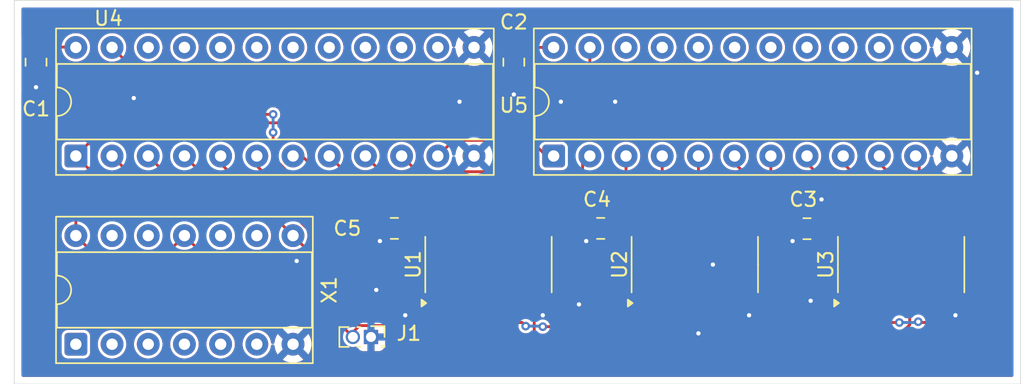
<source format=kicad_pcb>
(kicad_pcb (version 20241229) (generator "pcbnew") (generator_version "9.0")
  (layers (0 "F.Cu" signal) (2 "B.Cu" signal) (13 "F.Paste" user) (15 "B.Paste" user) (5 "F.SilkS" user "F.Silkscreen") (7 "B.SilkS" user "B.Silkscreen") (1 "F.Mask" user) (3 "B.Mask" user) (25 "Edge.Cuts" user))
  (net 0 "")
  (net 2 "GND")
  (net 9 "VCC")
  (net 13 "/H01")
  (net 14 "/H06")
  (net 15 "/H00")
  (net 16 "/H02")
  (net 17 "/H05")
  (net 18 "/H03")
  (net 19 "/~{H_RES}")
  (net 20 "/H04")
  (net 21 "/H07")
  (net 22 "/H11")
  (net 23 "/CLOCK")
  (net 24 "/V00")
  (net 25 "/H08")
  (net 26 "/H10")
  (net 27 "/~{V_RES}")
  (net 28 "/H09")
  (net 31 "/H_SYNC")
  (net 41 "/V_SYNC")
  (net 47 "/V01")
  (net 48 "/V02")
  (net 49 "/V03")
  (net 50 "/V04")
  (net 51 "/V06")
  (net 52 "/V08")
  (net 53 "/V11")
  (net 54 "/V05")
  (net 55 "/V09")
  (net 56 "/V07")
  (net 57 "/V10")
  (footprint "Connector_PinSocket_1.27mm:PinSocket_2x01_P1.27mm_Vertical" (layer "F.Cu") (at 84.211 58.42)
    (property "Reference" "J1" (at 2.657 -0.254 0) (layer "F.SilkS"))
    (property "Value" "Conn_02x01")
    (fp_line (start -2.22 -0.695) (end -2.22 0.695) (stroke (width 0.12)) (layer "F.SilkS"))
    (fp_line (start -2.22 -0.695) (end -1.57753 -0.695) (stroke (width 0.12)) (layer "F.SilkS"))
    (fp_line (start -2.22 0.695) (end -1.57753 0.695) (stroke (width 0.12)) (layer "F.SilkS"))
    (fp_line (start -0.96247 -0.695) (end -0.76 -0.695) (stroke (width 0.12)) (layer "F.SilkS"))
    (fp_line (start -0.96247 0.695) (end -0.76 0.695) (stroke (width 0.12)) (layer "F.SilkS"))
    (fp_line (start 0 -0.76) (end 0.95 -0.76) (stroke (width 0.12)) (layer "F.SilkS"))
    (fp_line (start 0.76 0.635) (end 0.95 0.635) (stroke (width 0.12)) (layer "F.SilkS"))
    (fp_line (start 0.76 0.695) (end 0.95 0.695) (stroke (width 0.12)) (layer "F.SilkS"))
    (fp_line (start 0.95 -0.76) (end 0.95 0) (stroke (width 0.12)) (layer "F.SilkS"))
    (fp_line (start 0.95 0.635) (end 0.95 0.695) (stroke (width 0.12)) (layer "F.SilkS"))
    (pad "1" thru_hole rect (at 0 0) (size 1 1) (drill 0.7) (layers "*.Cu" "*.Mask") (net 2 "GND"))
    (pad "2" thru_hole circle (at -1.27 0) (size 1 1) (drill 0.7) (layers "*.Cu" "*.Mask") (net 9 "VCC"))
  )
  (footprint "Capacitor_SMD:C_0805_2012Metric_Pad1.18x1.45mm_HandSolder" (layer "F.Cu") (at 85.852 50.8 180)
    (property "Reference" "C5" (at 3.302 0 0) (layer "F.SilkS"))
    (property "Value" "100nF")
    (fp_line (start -0.261252 0.735) (end 0.261252 0.735) (stroke (width 0.12)) (layer "F.SilkS"))
    (fp_line (start -0.261252 -0.735) (end 0.261252 -0.735) (stroke (width 0.12)) (layer "F.SilkS"))
    (pad "1" smd roundrect (at -1.0375 0 180) (size 1.175 1.45) (layers "F.Cu" "F.Mask" "F.Paste") (roundrect_rratio 0.212766) (net 9 "VCC"))
    (pad "2" smd roundrect (at 1.0375 0 180) (size 1.175 1.45) (layers "F.Cu" "F.Mask" "F.Paste") (roundrect_rratio 0.212766) (net 2 "GND"))
  )
  (footprint "Package_SO:SO-14_3.9x8.65mm_P1.27mm" (layer "F.Cu") (at 106.934 53.34 90)
    (property "Reference" "U2" (at 0 -5.28 90) (layer "F.SilkS"))
    (property "Value" "74LS393")
    (fp_line (start 0 -4.435) (end 1.95 -4.435) (stroke (width 0.12)) (layer "F.SilkS"))
    (fp_line (start 0 -4.435) (end -1.95 -4.435) (stroke (width 0.12)) (layer "F.SilkS"))
    (fp_line (start 0 4.435) (end 1.95 4.435) (stroke (width 0.12)) (layer "F.SilkS"))
    (fp_line (start 0 4.435) (end -1.95 4.435) (stroke (width 0.12)) (layer "F.SilkS"))
    (fp_poly (pts (xy -2.7 -4.37) (xy -2.94 -4.7) (xy -2.46 -4.7)) (stroke (width 0.12)) (fill yes) (layer "F.SilkS"))
    (pad "1" smd roundrect (at -2.475 -3.81 90) (size 1.95 0.6) (layers "F.Cu" "F.Mask" "F.Paste") (net 21 "/H07"))
    (pad "2" smd roundrect (at -2.475 -2.54 90) (size 1.95 0.6) (layers "F.Cu" "F.Mask" "F.Paste") (net 19 "/~{H_RES}"))
    (pad "3" smd roundrect (at -2.475 -1.27 90) (size 1.95 0.6) (layers "F.Cu" "F.Mask" "F.Paste") (net 25 "/H08"))
    (pad "4" smd roundrect (at -2.475 0 90) (size 1.95 0.6) (layers "F.Cu" "F.Mask" "F.Paste") (net 28 "/H09"))
    (pad "5" smd roundrect (at -2.475 1.27 90) (size 1.95 0.6) (layers "F.Cu" "F.Mask" "F.Paste") (net 26 "/H10"))
    (pad "6" smd roundrect (at -2.475 2.54 90) (size 1.95 0.6) (layers "F.Cu" "F.Mask" "F.Paste") (net 22 "/H11"))
    (pad "7" smd roundrect (at -2.475 3.81 90) (size 1.95 0.6) (layers "F.Cu" "F.Mask" "F.Paste") (net 2 "GND"))
    (pad "8" smd roundrect (at 2.475 3.81 90) (size 1.95 0.6) (layers "F.Cu" "F.Mask" "F.Paste") (net 49 "/V03"))
    (pad "9" smd roundrect (at 2.475 2.54 90) (size 1.95 0.6) (layers "F.Cu" "F.Mask" "F.Paste") (net 48 "/V02"))
    (pad "10" smd roundrect (at 2.475 1.27 90) (size 1.95 0.6) (layers "F.Cu" "F.Mask" "F.Paste") (net 47 "/V01"))
    (pad "11" smd roundrect (at 2.475 0 90) (size 1.95 0.6) (layers "F.Cu" "F.Mask" "F.Paste") (net 24 "/V00"))
    (pad "12" smd roundrect (at 2.475 -1.27 90) (size 1.95 0.6) (layers "F.Cu" "F.Mask" "F.Paste") (net 27 "/~{V_RES}"))
    (pad "13" smd roundrect (at 2.475 -2.54 90) (size 1.95 0.6) (layers "F.Cu" "F.Mask" "F.Paste") (net 19 "/~{H_RES}"))
    (pad "14" smd roundrect (at 2.475 -3.81 90) (size 1.95 0.6) (layers "F.Cu" "F.Mask" "F.Paste") (net 9 "VCC"))
  )
  (footprint "Package_SO:SO-14_3.9x8.65mm_P1.27mm" (layer "F.Cu") (at 121.412 53.34 90)
    (property "Reference" "U3" (at 0 -5.28 90) (layer "F.SilkS"))
    (property "Value" "74LS393")
    (fp_line (start 0 -4.435) (end 1.95 -4.435) (stroke (width 0.12)) (layer "F.SilkS"))
    (fp_line (start 0 -4.435) (end -1.95 -4.435) (stroke (width 0.12)) (layer "F.SilkS"))
    (fp_line (start 0 4.435) (end 1.95 4.435) (stroke (width 0.12)) (layer "F.SilkS"))
    (fp_line (start 0 4.435) (end -1.95 4.435) (stroke (width 0.12)) (layer "F.SilkS"))
    (fp_poly (pts (xy -2.7 -4.37) (xy -2.94 -4.7) (xy -2.46 -4.7)) (stroke (width 0.12)) (fill yes) (layer "F.SilkS"))
    (pad "1" smd roundrect (at -2.475 -3.81 90) (size 1.95 0.6) (layers "F.Cu" "F.Mask" "F.Paste") (net 49 "/V03"))
    (pad "2" smd roundrect (at -2.475 -2.54 90) (size 1.95 0.6) (layers "F.Cu" "F.Mask" "F.Paste") (net 27 "/~{V_RES}"))
    (pad "3" smd roundrect (at -2.475 -1.27 90) (size 1.95 0.6) (layers "F.Cu" "F.Mask" "F.Paste") (net 50 "/V04"))
    (pad "4" smd roundrect (at -2.475 0 90) (size 1.95 0.6) (layers "F.Cu" "F.Mask" "F.Paste") (net 54 "/V05"))
    (pad "5" smd roundrect (at -2.475 1.27 90) (size 1.95 0.6) (layers "F.Cu" "F.Mask" "F.Paste") (net 51 "/V06"))
    (pad "6" smd roundrect (at -2.475 2.54 90) (size 1.95 0.6) (layers "F.Cu" "F.Mask" "F.Paste") (net 56 "/V07"))
    (pad "7" smd roundrect (at -2.475 3.81 90) (size 1.95 0.6) (layers "F.Cu" "F.Mask" "F.Paste") (net 2 "GND"))
    (pad "8" smd roundrect (at 2.475 3.81 90) (size 1.95 0.6) (layers "F.Cu" "F.Mask" "F.Paste") (net 53 "/V11"))
    (pad "9" smd roundrect (at 2.475 2.54 90) (size 1.95 0.6) (layers "F.Cu" "F.Mask" "F.Paste") (net 57 "/V10"))
    (pad "10" smd roundrect (at 2.475 1.27 90) (size 1.95 0.6) (layers "F.Cu" "F.Mask" "F.Paste") (net 55 "/V09"))
    (pad "11" smd roundrect (at 2.475 0 90) (size 1.95 0.6) (layers "F.Cu" "F.Mask" "F.Paste") (net 52 "/V08"))
    (pad "12" smd roundrect (at 2.475 -1.27 90) (size 1.95 0.6) (layers "F.Cu" "F.Mask" "F.Paste") (net 27 "/~{V_RES}"))
    (pad "13" smd roundrect (at 2.475 -2.54 90) (size 1.95 0.6) (layers "F.Cu" "F.Mask" "F.Paste") (net 56 "/V07"))
    (pad "14" smd roundrect (at 2.475 -3.81 90) (size 1.95 0.6) (layers "F.Cu" "F.Mask" "F.Paste") (net 9 "VCC"))
  )
  (footprint "Package_DIP:DIP-24_W7.62mm_Socket" (layer "F.Cu") (at 97.028 45.72 90)
    (property "Reference" "U5" (at 3.556 -2.794 180) (layer "F.SilkS"))
    (property "Value" "PAL20RS10")
    (fp_line (start 6.46 -1.33) (end 4.81 -1.33) (stroke (width 0.12)) (layer "F.SilkS"))
    (fp_line (start 2.81 -1.33) (end 1.16 -1.33) (stroke (width 0.12)) (layer "F.SilkS"))
    (fp_line (start 1.16 -1.33) (end 1.16 29.27) (stroke (width 0.12)) (layer "F.SilkS"))
    (fp_line (start 6.46 29.27) (end 6.46 -1.33) (stroke (width 0.12)) (layer "F.SilkS"))
    (fp_line (start 1.16 29.27) (end 6.46 29.27) (stroke (width 0.12)) (layer "F.SilkS"))
    (fp_rect (start -1.33 -1.39) (end 8.95 29.33) (stroke (width 0.12)) (fill no) (layer "F.SilkS"))
    (fp_arc (start 4.81 -1.33) (mid 3.81 -0.33) (end 2.81 -1.33) (stroke (width 0.12)) (layer "F.SilkS"))
    (pad "1" thru_hole roundrect (at 0 0 90) (size 1.6 1.6) (drill 0.8) (layers "*.Cu" "*.Mask") (roundrect_rratio 0.15625) (net 23 "/CLOCK"))
    (pad "2" thru_hole circle (at 0 2.54 90) (size 1.6 1.6) (drill 0.8) (layers "*.Cu" "*.Mask") (net 24 "/V00"))
    (pad "3" thru_hole circle (at 0 5.08 90) (size 1.6 1.6) (drill 0.8) (layers "*.Cu" "*.Mask") (net 47 "/V01"))
    (pad "4" thru_hole circle (at 0 7.62 90) (size 1.6 1.6) (drill 0.8) (layers "*.Cu" "*.Mask") (net 48 "/V02"))
    (pad "5" thru_hole circle (at 0 10.16 90) (size 1.6 1.6) (drill 0.8) (layers "*.Cu" "*.Mask") (net 49 "/V03"))
    (pad "6" thru_hole circle (at 0 12.7 90) (size 1.6 1.6) (drill 0.8) (layers "*.Cu" "*.Mask") (net 50 "/V04"))
    (pad "7" thru_hole circle (at 0 15.24 90) (size 1.6 1.6) (drill 0.8) (layers "*.Cu" "*.Mask") (net 54 "/V05"))
    (pad "8" thru_hole circle (at 0 17.78 90) (size 1.6 1.6) (drill 0.8) (layers "*.Cu" "*.Mask") (net 51 "/V06"))
    (pad "9" thru_hole circle (at 0 20.32 90) (size 1.6 1.6) (drill 0.8) (layers "*.Cu" "*.Mask") (net 56 "/V07"))
    (pad "10" thru_hole circle (at 0 22.86 90) (size 1.6 1.6) (drill 0.8) (layers "*.Cu" "*.Mask") (net 52 "/V08"))
    (pad "11" thru_hole circle (at 0 25.4 90) (size 1.6 1.6) (drill 0.8) (layers "*.Cu" "*.Mask") (net 55 "/V09"))
    (pad "12" thru_hole circle (at 0 27.94 90) (size 1.6 1.6) (drill 0.8) (layers "*.Cu" "*.Mask") (net 2 "GND"))
    (pad "13" thru_hole circle (at 7.62 27.94 90) (size 1.6 1.6) (drill 0.8) (layers "*.Cu" "*.Mask") (net 2 "GND"))
    (pad "14" thru_hole circle (at 7.62 25.4 90) (size 1.6 1.6) (drill 0.8) (layers "*.Cu" "*.Mask"))
    (pad "15" thru_hole circle (at 7.62 22.86 90) (size 1.6 1.6) (drill 0.8) (layers "*.Cu" "*.Mask"))
    (pad "16" thru_hole circle (at 7.62 20.32 90) (size 1.6 1.6) (drill 0.8) (layers "*.Cu" "*.Mask"))
    (pad "17" thru_hole circle (at 7.62 17.78 90) (size 1.6 1.6) (drill 0.8) (layers "*.Cu" "*.Mask"))
    (pad "18" thru_hole circle (at 7.62 15.24 90) (size 1.6 1.6) (drill 0.8) (layers "*.Cu" "*.Mask"))
    (pad "19" thru_hole circle (at 7.62 12.7 90) (size 1.6 1.6) (drill 0.8) (layers "*.Cu" "*.Mask"))
    (pad "20" thru_hole circle (at 7.62 10.16 90) (size 1.6 1.6) (drill 0.8) (layers "*.Cu" "*.Mask"))
    (pad "21" thru_hole circle (at 7.62 7.62 90) (size 1.6 1.6) (drill 0.8) (layers "*.Cu" "*.Mask"))
    (pad "22" thru_hole circle (at 7.62 5.08 90) (size 1.6 1.6) (drill 0.8) (layers "*.Cu" "*.Mask") (net 41 "/V_SYNC"))
    (pad "23" thru_hole circle (at 7.62 2.54 90) (size 1.6 1.6) (drill 0.8) (layers "*.Cu" "*.Mask") (net 27 "/~{V_RES}"))
    (pad "24" thru_hole circle (at 7.62 0 90) (size 1.6 1.6) (drill 0.8) (layers "*.Cu" "*.Mask") (net 9 "VCC"))
  )
  (footprint "Capacitor_SMD:C_0805_2012Metric_Pad1.18x1.45mm_HandSolder" (layer "F.Cu") (at 94.234 39.1375 -90)
    (property "Reference" "C2" (at -2.8155 0 180) (layer "F.SilkS"))
    (property "Value" "100nF")
    (fp_line (start -0.261252 0.735) (end 0.261252 0.735) (stroke (width 0.12)) (layer "F.SilkS"))
    (fp_line (start -0.261252 -0.735) (end 0.261252 -0.735) (stroke (width 0.12)) (layer "F.SilkS"))
    (pad "1" smd roundrect (at -1.0375 0 270) (size 1.175 1.45) (layers "F.Cu" "F.Mask" "F.Paste") (roundrect_rratio 0.212766) (net 9 "VCC"))
    (pad "2" smd roundrect (at 1.0375 0 270) (size 1.175 1.45) (layers "F.Cu" "F.Mask" "F.Paste") (roundrect_rratio 0.212766) (net 2 "GND"))
  )
  (footprint "Package_DIP:DIP-14_W7.62mm_Socket" (layer "F.Cu") (at 63.5 58.928 90)
    (property "Reference" "X1" (at 3.81 17.78 90) (layer "F.SilkS"))
    (property "Value" "ACO-14MHz")
    (fp_line (start 6.46 -1.33) (end 4.81 -1.33) (stroke (width 0.12)) (layer "F.SilkS"))
    (fp_line (start 2.81 -1.33) (end 1.16 -1.33) (stroke (width 0.12)) (layer "F.SilkS"))
    (fp_line (start 1.16 -1.33) (end 1.16 16.57) (stroke (width 0.12)) (layer "F.SilkS"))
    (fp_line (start 6.46 16.57) (end 6.46 -1.33) (stroke (width 0.12)) (layer "F.SilkS"))
    (fp_line (start 1.16 16.57) (end 6.46 16.57) (stroke (width 0.12)) (layer "F.SilkS"))
    (fp_rect (start -1.33 -1.39) (end 8.95 16.63) (stroke (width 0.12)) (fill no) (layer "F.SilkS"))
    (fp_arc (start 4.81 -1.33) (mid 3.81 -0.33) (end 2.81 -1.33) (stroke (width 0.12)) (layer "F.SilkS"))
    (pad "1" thru_hole roundrect (at 0 0 90) (size 1.6 1.6) (drill 0.8) (layers "*.Cu" "*.Mask") (roundrect_rratio 0.15625))
    (pad "2" thru_hole circle (at 0 2.54 90) (size 1.6 1.6) (drill 0.8) (layers "*.Cu" "*.Mask"))
    (pad "3" thru_hole circle (at 0 5.08 90) (size 1.6 1.6) (drill 0.8) (layers "*.Cu" "*.Mask"))
    (pad "4" thru_hole circle (at 0 7.62 90) (size 1.6 1.6) (drill 0.8) (layers "*.Cu" "*.Mask"))
    (pad "5" thru_hole circle (at 0 10.16 90) (size 1.6 1.6) (drill 0.8) (layers "*.Cu" "*.Mask"))
    (pad "6" thru_hole circle (at 0 12.7 90) (size 1.6 1.6) (drill 0.8) (layers "*.Cu" "*.Mask"))
    (pad "7" thru_hole circle (at 0 15.24 90) (size 1.6 1.6) (drill 0.8) (layers "*.Cu" "*.Mask") (net 2 "GND"))
    (pad "8" thru_hole circle (at 7.62 15.24 90) (size 1.6 1.6) (drill 0.8) (layers "*.Cu" "*.Mask") (net 23 "/CLOCK"))
    (pad "9" thru_hole circle (at 7.62 12.7 90) (size 1.6 1.6) (drill 0.8) (layers "*.Cu" "*.Mask"))
    (pad "10" thru_hole circle (at 7.62 10.16 90) (size 1.6 1.6) (drill 0.8) (layers "*.Cu" "*.Mask"))
    (pad "11" thru_hole circle (at 7.62 7.62 90) (size 1.6 1.6) (drill 0.8) (layers "*.Cu" "*.Mask") (net 9 "VCC"))
    (pad "12" thru_hole circle (at 7.62 5.08 90) (size 1.6 1.6) (drill 0.8) (layers "*.Cu" "*.Mask"))
    (pad "13" thru_hole circle (at 7.62 2.54 90) (size 1.6 1.6) (drill 0.8) (layers "*.Cu" "*.Mask"))
    (pad "14" thru_hole circle (at 7.62 0 90) (size 1.6 1.6) (drill 0.8) (layers "*.Cu" "*.Mask") (net 9 "VCC"))
  )
  (footprint "Capacitor_SMD:C_0805_2012Metric_Pad1.18x1.45mm_HandSolder" (layer "F.Cu") (at 60.706 39.1375 -90)
    (property "Reference" "C1" (at 3.2805 0 180) (layer "F.SilkS"))
    (property "Value" "100nF")
    (fp_line (start -0.261252 0.735) (end 0.261252 0.735) (stroke (width 0.12)) (layer "F.SilkS"))
    (fp_line (start -0.261252 -0.735) (end 0.261252 -0.735) (stroke (width 0.12)) (layer "F.SilkS"))
    (pad "1" smd roundrect (at -1.0375 0 270) (size 1.175 1.45) (layers "F.Cu" "F.Mask" "F.Paste") (roundrect_rratio 0.212766) (net 9 "VCC"))
    (pad "2" smd roundrect (at 1.0375 0 270) (size 1.175 1.45) (layers "F.Cu" "F.Mask" "F.Paste") (roundrect_rratio 0.212766) (net 2 "GND"))
  )
  (footprint "Capacitor_SMD:C_0805_2012Metric_Pad1.18x1.45mm_HandSolder" (layer "F.Cu") (at 114.808 50.8215 180)
    (property "Reference" "C3" (at 0.261252 2.0535 0) (layer "F.SilkS"))
    (property "Value" "100nF")
    (fp_line (start -0.261252 0.735) (end 0.261252 0.735) (stroke (width 0.12)) (layer "F.SilkS"))
    (fp_line (start -0.261252 -0.735) (end 0.261252 -0.735) (stroke (width 0.12)) (layer "F.SilkS"))
    (pad "1" smd roundrect (at -1.0375 0 180) (size 1.175 1.45) (layers "F.Cu" "F.Mask" "F.Paste") (roundrect_rratio 0.212766) (net 9 "VCC"))
    (pad "2" smd roundrect (at 1.0375 0 180) (size 1.175 1.45) (layers "F.Cu" "F.Mask" "F.Paste") (roundrect_rratio 0.212766) (net 2 "GND"))
  )
  (footprint "Capacitor_SMD:C_0805_2012Metric_Pad1.18x1.45mm_HandSolder" (layer "F.Cu") (at 100.33 50.8 180)
    (property "Reference" "C4" (at 0.261252 2.032 0) (layer "F.SilkS"))
    (property "Value" "100nF")
    (fp_line (start -0.261252 0.735) (end 0.261252 0.735) (stroke (width 0.12)) (layer "F.SilkS"))
    (fp_line (start -0.261252 -0.735) (end 0.261252 -0.735) (stroke (width 0.12)) (layer "F.SilkS"))
    (pad "1" smd roundrect (at -1.0375 0 180) (size 1.175 1.45) (layers "F.Cu" "F.Mask" "F.Paste") (roundrect_rratio 0.212766) (net 9 "VCC"))
    (pad "2" smd roundrect (at 1.0375 0 180) (size 1.175 1.45) (layers "F.Cu" "F.Mask" "F.Paste") (roundrect_rratio 0.212766) (net 2 "GND"))
  )
  (footprint "Package_DIP:DIP-24_W7.62mm_Socket" (layer "F.Cu") (at 63.5 45.72 90)
    (property "Reference" "U4" (at 9.652 2.286 180) (layer "F.SilkS"))
    (property "Value" "PAL20RS10")
    (fp_line (start 6.46 -1.33) (end 4.81 -1.33) (stroke (width 0.12)) (layer "F.SilkS"))
    (fp_line (start 2.81 -1.33) (end 1.16 -1.33) (stroke (width 0.12)) (layer "F.SilkS"))
    (fp_line (start 1.16 -1.33) (end 1.16 29.27) (stroke (width 0.12)) (layer "F.SilkS"))
    (fp_line (start 6.46 29.27) (end 6.46 -1.33) (stroke (width 0.12)) (layer "F.SilkS"))
    (fp_line (start 1.16 29.27) (end 6.46 29.27) (stroke (width 0.12)) (layer "F.SilkS"))
    (fp_rect (start -1.33 -1.39) (end 8.95 29.33) (stroke (width 0.12)) (fill no) (layer "F.SilkS"))
    (fp_arc (start 4.81 -1.33) (mid 3.81 -0.33) (end 2.81 -1.33) (stroke (width 0.12)) (layer "F.SilkS"))
    (pad "1" thru_hole roundrect (at 0 0 90) (size 1.6 1.6) (drill 0.8) (layers "*.Cu" "*.Mask") (roundrect_rratio 0.15625) (net 23 "/CLOCK"))
    (pad "2" thru_hole circle (at 0 2.54 90) (size 1.6 1.6) (drill 0.8) (layers "*.Cu" "*.Mask") (net 15 "/H00"))
    (pad "3" thru_hole circle (at 0 5.08 90) (size 1.6 1.6) (drill 0.8) (layers "*.Cu" "*.Mask") (net 13 "/H01"))
    (pad "4" thru_hole circle (at 0 7.62 90) (size 1.6 1.6) (drill 0.8) (layers "*.Cu" "*.Mask") (net 16 "/H02"))
    (pad "5" thru_hole circle (at 0 10.16 90) (size 1.6 1.6) (drill 0.8) (layers "*.Cu" "*.Mask") (net 18 "/H03"))
    (pad "6" thru_hole circle (at 0 12.7 90) (size 1.6 1.6) (drill 0.8) (layers "*.Cu" "*.Mask") (net 20 "/H04"))
    (pad "7" thru_hole circle (at 0 15.24 90) (size 1.6 1.6) (drill 0.8) (layers "*.Cu" "*.Mask") (net 17 "/H05"))
    (pad "8" thru_hole circle (at 0 17.78 90) (size 1.6 1.6) (drill 0.8) (layers "*.Cu" "*.Mask") (net 14 "/H06"))
    (pad "9" thru_hole circle (at 0 20.32 90) (size 1.6 1.6) (drill 0.8) (layers "*.Cu" "*.Mask") (net 21 "/H07"))
    (pad "10" thru_hole circle (at 0 22.86 90) (size 1.6 1.6) (drill 0.8) (layers "*.Cu" "*.Mask") (net 25 "/H08"))
    (pad "11" thru_hole circle (at 0 25.4 90) (size 1.6 1.6) (drill 0.8) (layers "*.Cu" "*.Mask") (net 28 "/H09"))
    (pad "12" thru_hole circle (at 0 27.94 90) (size 1.6 1.6) (drill 0.8) (layers "*.Cu" "*.Mask") (net 2 "GND"))
    (pad "13" thru_hole circle (at 7.62 27.94 90) (size 1.6 1.6) (drill 0.8) (layers "*.Cu" "*.Mask") (net 2 "GND"))
    (pad "14" thru_hole circle (at 7.62 25.4 90) (size 1.6 1.6) (drill 0.8) (layers "*.Cu" "*.Mask"))
    (pad "15" thru_hole circle (at 7.62 22.86 90) (size 1.6 1.6) (drill 0.8) (layers "*.Cu" "*.Mask"))
    (pad "16" thru_hole circle (at 7.62 20.32 90) (size 1.6 1.6) (drill 0.8) (layers "*.Cu" "*.Mask"))
    (pad "17" thru_hole circle (at 7.62 17.78 90) (size 1.6 1.6) (drill 0.8) (layers "*.Cu" "*.Mask"))
    (pad "18" thru_hole circle (at 7.62 15.24 90) (size 1.6 1.6) (drill 0.8) (layers "*.Cu" "*.Mask"))
    (pad "19" thru_hole circle (at 7.62 12.7 90) (size 1.6 1.6) (drill 0.8) (layers "*.Cu" "*.Mask"))
    (pad "20" thru_hole circle (at 7.62 10.16 90) (size 1.6 1.6) (drill 0.8) (layers "*.Cu" "*.Mask"))
    (pad "21" thru_hole circle (at 7.62 7.62 90) (size 1.6 1.6) (drill 0.8) (layers "*.Cu" "*.Mask"))
    (pad "22" thru_hole circle (at 7.62 5.08 90) (size 1.6 1.6) (drill 0.8) (layers "*.Cu" "*.Mask") (net 31 "/H_SYNC"))
    (pad "23" thru_hole circle (at 7.62 2.54 90) (size 1.6 1.6) (drill 0.8) (layers "*.Cu" "*.Mask") (net 19 "/~{H_RES}"))
    (pad "24" thru_hole circle (at 7.62 0 90) (size 1.6 1.6) (drill 0.8) (layers "*.Cu" "*.Mask") (net 9 "VCC"))
  )
  (footprint "Package_SO:SO-14_3.9x8.65mm_P1.27mm" (layer "F.Cu") (at 92.456 53.34 90)
    (property "Reference" "U1" (at 0 -5.28 90) (layer "F.SilkS"))
    (property "Value" "74LS393")
    (fp_line (start 0 -4.435) (end 1.95 -4.435) (stroke (width 0.12)) (layer "F.SilkS"))
    (fp_line (start 0 -4.435) (end -1.95 -4.435) (stroke (width 0.12)) (layer "F.SilkS"))
    (fp_line (start 0 4.435) (end 1.95 4.435) (stroke (width 0.12)) (layer "F.SilkS"))
    (fp_line (start 0 4.435) (end -1.95 4.435) (stroke (width 0.12)) (layer "F.SilkS"))
    (fp_poly (pts (xy -2.7 -4.37) (xy -2.94 -4.7) (xy -2.46 -4.7)) (stroke (width 0.12)) (fill yes) (layer "F.SilkS"))
    (pad "1" smd roundrect (at -2.475 -3.81 90) (size 1.95 0.6) (layers "F.Cu" "F.Mask" "F.Paste") (net 23 "/CLOCK"))
    (pad "2" smd roundrect (at -2.475 -2.54 90) (size 1.95 0.6) (layers "F.Cu" "F.Mask" "F.Paste") (net 19 "/~{H_RES}"))
    (pad "3" smd roundrect (at -2.475 -1.27 90) (size 1.95 0.6) (layers "F.Cu" "F.Mask" "F.Paste") (net 15 "/H00"))
    (pad "4" smd roundrect (at -2.475 0 90) (size 1.95 0.6) (layers "F.Cu" "F.Mask" "F.Paste") (net 13 "/H01"))
    (pad "5" smd roundrect (at -2.475 1.27 90) (size 1.95 0.6) (layers "F.Cu" "F.Mask" "F.Paste") (net 16 "/H02"))
    (pad "6" smd roundrect (at -2.475 2.54 90) (size 1.95 0.6) (layers "F.Cu" "F.Mask" "F.Paste") (net 18 "/H03"))
    (pad "7" smd roundrect (at -2.475 3.81 90) (size 1.95 0.6) (layers "F.Cu" "F.Mask" "F.Paste") (net 2 "GND"))
    (pad "8" smd roundrect (at 2.475 3.81 90) (size 1.95 0.6) (layers "F.Cu" "F.Mask" "F.Paste") (net 21 "/H07"))
    (pad "9" smd roundrect (at 2.475 2.54 90) (size 1.95 0.6) (layers "F.Cu" "F.Mask" "F.Paste") (net 14 "/H06"))
    (pad "10" smd roundrect (at 2.475 1.27 90) (size 1.95 0.6) (layers "F.Cu" "F.Mask" "F.Paste") (net 17 "/H05"))
    (pad "11" smd roundrect (at 2.475 0 90) (size 1.95 0.6) (layers "F.Cu" "F.Mask" "F.Paste") (net 20 "/H04"))
    (pad "12" smd roundrect (at 2.475 -1.27 90) (size 1.95 0.6) (layers "F.Cu" "F.Mask" "F.Paste") (net 19 "/~{H_RES}"))
    (pad "13" smd roundrect (at 2.475 -2.54 90) (size 1.95 0.6) (layers "F.Cu" "F.Mask" "F.Paste") (net 18 "/H03"))
    (pad "14" smd roundrect (at 2.475 -3.81 90) (size 1.95 0.6) (layers "F.Cu" "F.Mask" "F.Paste") (net 9 "VCC"))
  )
  (gr_rect (start 59.182 34.798) (end 129.794 61.722) (stroke (width 0.05)) (fill no) (layer "Edge.Cuts"))
  (segment (start 113.7705 50.8215) (end 113.7705 51.6675) (width 0.5) (layer "F.Cu") (net 2))
  (segment (start 99.2925 50.8) (end 99.2925 51.6675) (width 0.5) (layer "F.Cu") (net 2))
  (segment (start 84.8145 50.8) (end 84.8145 51.6675) (width 0.5) (layer "F.Cu") (net 2))
  (segment (start 84.8145 51.6675) (end 84.836 51.689) (width 0.5) (layer "F.Cu") (net 2))
  (segment (start 99.2925 51.6675) (end 99.314 51.689) (width 0.5) (layer "F.Cu") (net 2))
  (segment (start 96.266 55.815) (end 96.266 56.896) (width 0.5) (layer "F.Cu") (net 2))
  (segment (start 125.222 55.815) (end 125.222 56.896) (width 0.5) (layer "F.Cu") (net 2))
  (segment (start 113.7705 51.6675) (end 113.792 51.689) (width 0.5) (layer "F.Cu") (net 2))
  (segment (start 110.744 55.815) (end 110.744 56.896) (width 0.5) (layer "F.Cu") (net 2))
  (segment (start 94.234 40.175) (end 94.234 41.402) (width 0.5) (layer "F.Cu") (net 2))
  (segment (start 60.706 40.175) (end 60.706 40.894) (width 0.5) (layer "F.Cu") (net 2))
  (via (at 99.314 51.689) (size 0.6) (drill 0.3) (layers "F.Cu" "B.Cu") (net 2))
  (via (at 113.792 51.689) (size 0.6) (drill 0.3) (layers "F.Cu" "B.Cu") (net 2))
  (via (at 67.564 41.656) (size 0.6) (drill 0.3) (layers "F.Cu" "B.Cu") (net 2))
  (via (at 78.994 53.086) (size 0.6) (drill 0.3) (layers "F.Cu" "B.Cu") (net 2))
  (via (at 60.706 40.894) (size 0.6) (drill 0.3) (layers "F.Cu" "B.Cu") (net 2))
  (via (at 125.222 56.896) (size 0.6) (drill 0.3) (layers "F.Cu" "B.Cu") (net 2))
  (via (at 86.614 56.896) (size 0.6) (drill 0.3) (layers "F.Cu" "B.Cu") (net 2))
  (via (at 110.744 56.896) (size 0.6) (drill 0.3) (layers "F.Cu" "B.Cu") (net 2))
  (via (at 115.062 55.88) (size 0.6) (drill 0.3) (layers "F.Cu" "B.Cu") (net 2))
  (via (at 84.836 51.689) (size 0.6) (drill 0.3) (layers "F.Cu" "B.Cu") (net 2))
  (via (at 126.746 39.878) (size 0.6) (drill 0.3) (layers "F.Cu" "B.Cu") (net 2))
  (via (at 101.346 41.91) (size 0.6) (drill 0.3) (layers "F.Cu" "B.Cu") (net 2))
  (via (at 107.188 58.166) (size 0.6) (drill 0.3) (layers "F.Cu" "B.Cu") (net 2))
  (via (at 98.806 56.134) (size 0.6) (drill 0.3) (layers "F.Cu" "B.Cu") (net 2))
  (via (at 97.536 41.91) (size 0.6) (drill 0.3) (layers "F.Cu" "B.Cu") (net 2))
  (via (at 94.234 41.402) (size 0.6) (drill 0.3) (layers "F.Cu" "B.Cu") (net 2))
  (via (at 90.424 41.91) (size 0.6) (drill 0.3) (layers "F.Cu" "B.Cu") (net 2))
  (via (at 84.582 55.118) (size 0.6) (drill 0.3) (layers "F.Cu" "B.Cu") (net 2))
  (via (at 108.204 53.34) (size 0.6) (drill 0.3) (layers "F.Cu" "B.Cu") (net 2))
  (via (at 115.824 48.768) (size 0.6) (drill 0.3) (layers "F.Cu" "B.Cu") (net 2))
  (via (at 96.266 56.896) (size 0.6) (drill 0.3) (layers "F.Cu" "B.Cu") (net 2))
  (segment (start 124.968 45.72) (end 119.888 50.8) (width 0.5) (layer "B.Cu") (net 2))
  (segment (start 91.44 38.1) (end 93.218 36.322) (width 0.5) (layer "B.Cu") (net 2))
  (segment (start 89.662 36.322) (end 91.44 38.1) (width 0.5) (layer "B.Cu") (net 2))
  (segment (start 96.012 50.8) (end 85.725 50.8) (width 0.5) (layer "B.Cu") (net 2))
  (segment (start 110.744 56.896) (end 111.379 56.261) (width 0.5) (layer "B.Cu") (net 2))
  (segment (start 126.746 39.878) (end 126.746 43.942) (width 0.5) (layer "B.Cu") (net 2))
  (segment (start 64.77 51.845182) (end 64.77 37.600818) (width 0.5) (layer "B.Cu") (net 2))
  (segment (start 90.424 44.704) (end 91.44 45.72) (width 0.5) (layer "B.Cu") (net 2))
  (segment (start 126.746 39.878) (end 124.968 38.1) (width 0.5) (layer "B.Cu") (net 2))
  (segment (start 64.77 48.006) (end 84.582 48.006) (width 0.5) (layer "B.Cu") (net 2))
  (segment (start 93.218 36.322) (end 123.19 36.322) (width 0.5) (layer "B.Cu") (net 2))
  (segment (start 90.424 39.116) (end 91.44 38.1) (width 0.5) (layer "B.Cu") (net 2))
  (segment (start 98.552 50.8) (end 96.012 50.8) (width 0.5) (layer "B.Cu") (net 2))
  (segment (start 126.746 52.07) (end 126.746 47.498) (width 0.5) (layer "B.Cu") (net 2))
  (segment (start 119.888 50.8) (end 114.554 50.8) (width 0.5) (layer "B.Cu") (net 2))
  (segment (start 90.424 41.91) (end 90.424 44.704) (width 0.5) (layer "B.Cu") (net 2))
  (segment (start 114.554 50.8) (end 98.552 50.8) (width 0.5) (layer "B.Cu") (net 2))
  (segment (start 66.518818 53.594) (end 64.77 51.845182) (width 0.5) (layer "B.Cu") (net 2))
  (segment (start 125.222 56.896) (end 125.222 53.594) (width 0.5) (layer "B.Cu") (net 2))
  (segment (start 123.19 36.322) (end 124.968 38.1) (width 0.5) (layer "B.Cu") (net 2))
  (segment (start 96.266 56.896) (end 110.744 56.896) (width 0.5) (layer "B.Cu") (net 2))
  (segment (start 124.587 56.261) (end 125.222 56.896) (width 0.5) (layer "B.Cu") (net 2))
  (segment (start 125.222 53.594) (end 126.746 52.07) (width 0.5) (layer "B.Cu") (net 2))
  (segment (start 96.266 56.896) (end 96.266 51.054) (width 0.5) (layer "B.Cu") (net 2))
  (segment (start 111.379 56.261) (end 124.587 56.261) (width 0.5) (layer "B.Cu") (net 2))
  (segment (start 96.266 51.054) (end 96.012 50.8) (width 0.5) (layer "B.Cu") (net 2))
  (segment (start 84.582 48.006) (end 89.154 48.006) (width 0.5) (layer "B.Cu") (net 2))
  (segment (start 90.424 41.91) (end 90.424 39.116) (width 0.5) (layer "B.Cu") (net 2))
  (segment (start 66.048818 36.322) (end 89.662 36.322) (width 0.5) (layer "B.Cu") (net 2))
  (segment (start 126.746 47.498) (end 124.968 45.72) (width 0.5) (layer "B.Cu") (net 2))
  (segment (start 89.154 48.006) (end 91.44 45.72) (width 0.5) (layer "B.Cu") (net 2))
  (segment (start 73.406 53.594) (end 66.518818 53.594) (width 0.5) (layer "B.Cu") (net 2))
  (segment (start 64.77 37.600818) (end 66.048818 36.322) (width 0.5) (layer "B.Cu") (net 2))
  (segment (start 126.746 43.942) (end 124.968 45.72) (width 0.5) (layer "B.Cu") (net 2))
  (segment (start 78.74 58.928) (end 73.406 53.594) (width 0.5) (layer "B.Cu") (net 2))
  (segment (start 95.404968 54.539) (end 95.665 54.799032) (width 0.2) (layer "F.Cu") (net 9))
  (segment (start 107.157032 53.975) (end 107.980968 53.975) (width 0.2) (layer "F.Cu") (net 9))
  (segment (start 88.861 57.619) (end 90.163045 58.921045) (width 0.2) (layer "F.Cu") (net 9))
  (segment (start 101.3675 50.8) (end 98.298 47.7305) (width 0.2) (layer "F.Cu") (net 9))
  (segment (start 105.063 49.849032) (end 105.063 51.880968) (width 0.2) (layer "F.Cu") (net 9))
  (segment (start 95.163955 58.921045) (end 95.665 58.42) (width 0.2) (layer "F.Cu") (net 9))
  (segment (start 83.41 57.619) (end 88.861 57.619) (width 0.2) (layer "F.Cu") (net 9))
  (segment (start 88.581 50.8) (end 88.646 50.865) (width 0.2) (layer "F.Cu") (net 9))
  (segment (start 98.298 47.7305) (end 98.298 44.704) (width 0.2) (layer "F.Cu") (net 9))
  (segment (start 88.1005 49.589) (end 90.483 49.589) (width 0.2) (layer "F.Cu") (net 9))
  (segment (start 90.585 51.880968) (end 91.516032 52.812) (width 0.2) (layer "F.Cu") (net 9))
  (segment (start 94.234 38.1) (end 96.52 38.1) (width 0.2) (layer "F.Cu") (net 9))
  (segment (start 63.5 51.308) (end 63.5 48.885) (width 0.2) (layer "F.Cu") (net 9))
  (segment (start 98.298 44.704) (end 96.52 42.926) (width 0.2) (layer "F.Cu") (net 9))
  (segment (start 122.013 57.565) (end 122.013 54.799032) (width 0.2) (layer "F.Cu") (net 9))
  (segment (start 90.483 49.589) (end 90.585 49.691) (width 0.2) (layer "F.Cu") (net 9))
  (segment (start 108.839 54.833032) (end 108.839 58.42) (width 0.2) (layer "F.Cu") (net 9))
  (segment (start 96.166045 58.921045) (end 108.337955 58.921045) (width 0.2) (layer "F.Cu") (net 9))
  (segment (start 70.019 52.409) (end 71.12 51.308) (width 0.2) (layer "F.Cu") (net 9))
  (segment (start 120.817968 53.604) (end 118.628 53.604) (width 0.2) (layer "F.Cu") (net 9))
  (segment (start 64.601 52.409) (end 70.019 52.409) (width 0.2) (layer "F.Cu") (net 9))
  (segment (start 86.8895 50.8) (end 88.1005 49.589) (width 0.2) (layer "F.Cu") (net 9))
  (segment (start 95.665 54.799032) (end 95.665 58.42) (width 0.2) (layer "F.Cu") (net 9))
  (segment (start 109.340045 58.921045) (end 120.656955 58.921045) (width 0.2) (layer "F.Cu") (net 9))
  (segment (start 104.802968 49.589) (end 105.063 49.849032) (width 0.2) (layer "F.Cu") (net 9))
  (segment (start 90.585 49.691) (end 90.585 51.880968) (width 0.2) (layer "F.Cu") (net 9))
  (segment (start 82.941 58.42) (end 82.941 58.088) (width 0.2) (layer "F.Cu") (net 9))
  (segment (start 86.8895 50.8) (end 88.581 50.8) (width 0.2) (layer "F.Cu") (net 9))
  (segment (start 115.8455 50.8215) (end 117.5585 50.8215) (width 0.2) (layer "F.Cu") (net 9))
  (segment (start 93.2659 52.812) (end 94.9929 54.539) (width 0.2) (layer "F.Cu") (net 9))
  (segment (start 94.9929 54.539) (end 95.404968 54.539) (width 0.2) (layer "F.Cu") (net 9))
  (segment (start 117.5585 50.8215) (end 117.602 50.865) (width 0.2) (layer "F.Cu") (net 9))
  (segment (start 96.52 40.386) (end 94.234 38.1) (width 0.2) (layer "F.Cu") (net 9))
  (segment (start 103.059 50.8) (end 103.124 50.865) (width 0.2) (layer "F.Cu") (net 9))
  (segment (start 60.706 38.0785) (end 63.4785 38.0785) (width 0.2) (layer "F.Cu") (net 9))
  (segment (start 108.839 58.42) (end 109.340045 58.921045) (width 0.2) (layer "F.Cu") (net 9))
  (segment (start 95.665 58.42) (end 96.166045 58.921045) (width 0.2) (layer "F.Cu") (net 9))
  (segment (start 62.399 39.7715) (end 60.706 38.0785) (width 0.2) (layer "F.Cu") (net 9))
  (segment (start 122.013 54.799032) (end 120.817968 53.604) (width 0.2) (layer "F.Cu") (net 9))
  (segment (start 120.656955 58.921045) (end 122.013 57.565) (width 0.2) (layer "F.Cu") (net 9))
  (segment (start 76.93 52.409) (end 72.221 52.409) (width 0.2) (layer "F.Cu") (net 9))
  (segment (start 102.5785 49.589) (end 104.802968 49.589) (width 0.2) (layer "F.Cu") (net 9))
  (segment (start 91.516032 52.812) (end 93.2659 52.812) (width 0.2) (layer "F.Cu") (net 9))
  (segment (start 105.063 51.880968) (end 107.157032 53.975) (width 0.2) (layer "F.Cu") (net 9))
  (segment (start 63.5 48.885) (end 62.399 47.784) (width 0.2) (layer "F.Cu") (net 9))
  (segment (start 118.628 53.604) (end 115.8455 50.8215) (width 0.2) (layer "F.Cu") (net 9))
  (segment (start 63.5 51.308) (end 64.601 52.409) (width 0.2) (layer "F.Cu") (net 9))
  (segment (start 63.4785 38.0785) (end 63.5 38.1) (width 0.2) (layer "F.Cu") (net 9))
  (segment (start 108.337955 58.921045) (end 108.839 58.42) (width 0.2) (layer "F.Cu") (net 9))
  (segment (start 107.980968 53.975) (end 108.839 54.833032) (width 0.2) (layer "F.Cu") (net 9))
  (segment (start 96.52 42.926) (end 96.52 40.386) (width 0.2) (layer "F.Cu") (net 9))
  (segment (start 72.221 52.409) (end 71.12 51.308) (width 0.2) (layer "F.Cu") (net 9))
  (segment (start 101.3675 50.8) (end 103.059 50.8) (width 0.2) (layer "F.Cu") (net 9))
  (segment (start 90.163045 58.921045) (end 95.163955 58.921045) (width 0.2) (layer "F.Cu") (net 9))
  (segment (start 82.941 58.42) (end 76.93 52.409) (width 0.2) (layer "F.Cu") (net 9))
  (segment (start 82.941 58.088) (end 83.41 57.619) (width 0.2) (layer "F.Cu") (net 9))
  (segment (start 101.3675 50.8) (end 102.5785 49.589) (width 0.2) (layer "F.Cu") (net 9))
  (segment (start 62.399 47.784) (end 62.399 39.7715) (width 0.2) (layer "F.Cu") (net 9))
  (segment (start 92.456 55.538744) (end 90.892256 53.975) (width 0.2) (layer "F.Cu") (net 13))
  (segment (start 92.456 55.815) (end 92.456 55.538744) (width 0.2) (layer "F.Cu") (net 13))
  (segment (start 72.039 49.179) (end 68.58 45.72) (width 0.2) (layer "F.Cu") (net 13))
  (segment (start 83.389728 53.975) (end 78.593728 49.179) (width 0.2) (layer "F.Cu") (net 13))
  (segment (start 78.593728 49.179) (end 72.039 49.179) (width 0.2) (layer "F.Cu") (net 13))
  (segment (start 90.892256 53.975) (end 83.389728 53.975) (width 0.2) (layer "F.Cu") (net 13))
  (segment (start 81.28 45.72) (end 83.469 47.909) (width 0.2) (layer "F.Cu") (net 14))
  (segment (start 93.4385 47.909) (end 94.996 49.4665) (width 0.2) (layer "F.Cu") (net 14))
  (segment (start 83.469 47.909) (end 93.4385 47.909) (width 0.2) (layer "F.Cu") (net 14))
  (segment (start 94.996 49.4665) (end 94.996 50.865) (width 0.2) (layer "F.Cu") (net 14))
  (segment (start 91.186 54.840001) (end 90.701999 54.356) (width 0.2) (layer "F.Cu") (net 15))
  (segment (start 90.701999 54.356) (end 83.274339 54.356) (width 0.2) (layer "F.Cu") (net 15))
  (segment (start 78.448339 49.53) (end 69.85 49.53) (width 0.2) (layer "F.Cu") (net 15))
  (segment (start 83.274339 54.356) (end 78.448339 49.53) (width 0.2) (layer "F.Cu") (net 15))
  (segment (start 91.186 55.815) (end 91.186 54.840001) (width 0.2) (layer "F.Cu") (net 15))
  (segment (start 69.85 49.53) (end 66.04 45.72) (width 0.2) (layer "F.Cu") (net 15))
  (segment (start 83.505115 53.594) (end 78.739117 48.828) (width 0.2) (layer "F.Cu") (net 16))
  (segment (start 78.739117 48.828) (end 74.228 48.828) (width 0.2) (layer "F.Cu") (net 16))
  (segment (start 92.479999 53.594) (end 83.505115 53.594) (width 0.2) (layer "F.Cu") (net 16))
  (segment (start 93.726 55.815) (end 93.726 54.840001) (width 0.2) (layer "F.Cu") (net 16))
  (segment (start 93.726 54.840001) (end 92.479999 53.594) (width 0.2) (layer "F.Cu") (net 16))
  (segment (start 74.228 48.828) (end 71.12 45.72) (width 0.2) (layer "F.Cu") (net 16))
  (segment (start 92.456 48.26) (end 93.726 49.53) (width 0.2) (layer "F.Cu") (net 17))
  (segment (start 93.726 49.53) (end 93.726 50.865) (width 0.2) (layer "F.Cu") (net 17))
  (segment (start 79.375 45.72) (end 81.915 48.26) (width 0.2) (layer "F.Cu") (net 17))
  (segment (start 78.74 45.72) (end 79.375 45.72) (width 0.2) (layer "F.Cu") (net 17))
  (segment (start 81.915 48.26) (end 92.456 48.26) (width 0.2) (layer "F.Cu") (net 17))
  (segment (start 73.66 46.242075) (end 75.894925 48.477) (width 0.2) (layer "F.Cu") (net 18))
  (segment (start 89.916 50.865) (end 89.916 51.839999) (width 0.2) (layer "F.Cu") (net 18))
  (segment (start 83.620504 53.213) (end 92.964 53.213) (width 0.2) (layer "F.Cu") (net 18))
  (segment (start 92.964 53.213) (end 94.996 55.245) (width 0.2) (layer "F.Cu") (net 18))
  (segment (start 94.996 55.245) (end 94.996 55.815) (width 0.2) (layer "F.Cu") (net 18))
  (segment (start 73.66 45.72) (end 73.66 46.242075) (width 0.2) (layer "F.Cu") (net 18))
  (segment (start 78.884506 48.477) (end 83.620504 53.213) (width 0.2) (layer "F.Cu") (net 18))
  (segment (start 75.894925 48.477) (end 78.884506 48.477) (width 0.2) (layer "F.Cu") (net 18))
  (segment (start 89.916 51.839999) (end 91.289001 53.213) (width 0.2) (layer "F.Cu") (net 18))
  (segment (start 104.645001 57.041) (end 104.394 56.789999) (width 0.2) (layer "F.Cu") (net 19))
  (segment (start 107.254256 57.041) (end 104.645001 57.041) (width 0.2) (layer "F.Cu") (net 19))
  (segment (start 93.091 49.391388) (end 93.091 52.197) (width 0.2) (layer "F.Cu") (net 19))
  (segment (start 66.04 38.1) (end 70.739 42.799) (width 0.2) (layer "F.Cu") (net 19))
  (segment (start 89.916 56.79) (end 90.53 57.404) (width 0.2) (layer "F.Cu") (net 19))
  (segment (start 107.569 56.726256) (end 107.254256 57.041) (width 0.2) (layer "F.Cu") (net 19))
  (segment (start 106.934 54.483) (end 107.148256 54.483) (width 0.2) (layer "F.Cu") (net 19))
  (segment (start 77.343 44.069) (end 77.343 45.809339) (width 0.2) (layer "F.Cu") (net 19))
  (segment (start 107.148256 54.483) (end 107.569 54.903744) (width 0.2) (layer "F.Cu") (net 19))
  (segment (start 104.394 56.789999) (end 104.394 55.815) (width 0.2) (layer "F.Cu") (net 19))
  (segment (start 97.184997 57.696003) (end 97.79 57.091) (width 0.2) (layer "F.Cu") (net 19))
  (segment (start 96.266 57.696003) (end 97.184997 57.696003) (width 0.2) (layer "F.Cu") (net 19))
  (segment (start 94.811 57.404) (end 95.065 57.658) (width 0.2) (layer "F.Cu") (net 19))
  (segment (start 104.394 50.865) (end 104.394 51.943) (width 0.2) (layer "F.Cu") (net 19))
  (segment (start 95.504 52.197) (end 97.79 54.483) (width 0.2) (layer "F.Cu") (net 19))
  (segment (start 97.79 57.091) (end 98.401639 57.702639) (width 0.2) (layer "F.Cu") (net 19))
  (segment (start 89.916 55.815) (end 89.916 56.79) (width 0.2) (layer "F.Cu") (net 19))
  (segment (start 91.186 50.865) (end 91.186 51.839999) (width 0.2) (layer "F.Cu") (net 19))
  (segment (start 77.343 45.809339) (end 80.144661 48.611) (width 0.2) (layer "F.Cu") (net 19))
  (segment (start 90.53 57.404) (end 94.811 57.404) (width 0.2) (layer "F.Cu") (net 19))
  (segment (start 80.144661 48.611) (end 92.310612 48.611) (width 0.2) (layer "F.Cu") (net 19))
  (segment (start 92.310612 48.611) (end 93.091 49.391388) (width 0.2) (layer "F.Cu") (net 19))
  (segment (start 70.739 42.799) (end 77.343 42.799) (width 0.2) (layer "F.Cu") (net 19))
  (segment (start 104.394 51.943) (end 106.934 54.483) (width 0.2) (layer "F.Cu") (net 19))
  (segment (start 103.48136 57.702639) (end 104.394 56.789999) (width 0.2) (layer "F.Cu") (net 19))
  (segment (start 91.543001 52.197) (end 95.504 52.197) (width 0.2) (layer "F.Cu") (net 19))
  (segment (start 97.79 54.483) (end 97.79 57.091) (width 0.2) (layer "F.Cu") (net 19))
  (segment (start 98.401639 57.702639) (end 103.48136 57.702639) (width 0.2) (layer "F.Cu") (net 19))
  (segment (start 107.569 54.903744) (end 107.569 56.726256) (width 0.2) (layer "F.Cu") (net 19))
  (segment (start 91.186 51.839999) (end 91.543001 52.197) (width 0.2) (layer "F.Cu") (net 19))
  (via (at 95.065 57.658) (size 0.6) (drill 0.3) (layers "F.Cu" "B.Cu") (net 19))
  (via (at 77.343 44.069) (size 0.6) (drill 0.3) (layers "F.Cu" "B.Cu") (net 19))
  (via (at 96.266 57.696003) (size 0.6) (drill 0.3) (layers "F.Cu" "B.Cu") (net 19))
  (via (at 77.343 42.799) (size 0.6) (drill 0.3) (layers "F.Cu" "B.Cu") (net 19))
  (segment (start 95.065 57.658) (end 96.227997 57.658) (width 0.2) (layer "B.Cu") (net 19))
  (segment (start 77.343 42.799) (end 77.343 44.069) (width 0.2) (layer "B.Cu") (net 19))
  (segment (start 96.227997 57.658) (end 96.266 57.696003) (width 0.2) (layer "B.Cu") (net 19))
  (segment (start 79.121 48.133) (end 79.036895 48.133) (width 0.2) (layer "F.Cu") (net 20))
  (segment (start 92.456 49.53) (end 92.075 49.149) (width 0.2) (layer "F.Cu") (net 20))
  (segment (start 92.075 49.149) (end 80.137 49.149) (width 0.2) (layer "F.Cu") (net 20))
  (segment (start 80.137 49.149) (end 79.121 48.133) (width 0.2) (layer "F.Cu") (net 20))
  (segment (start 92.456 50.865) (end 92.456 49.53) (width 0.2) (layer "F.Cu") (net 20))
  (segment (start 79.036895 48.133) (end 79.029895 48.126) (width 0.2) (layer "F.Cu") (net 20))
  (segment (start 76.2 46.413343) (end 76.2 45.72) (width 0.2) (layer "F.Cu") (net 20))
  (segment (start 79.029895 48.126) (end 77.912657 48.126) (width 0.2) (layer "F.Cu") (net 20))
  (segment (start 77.912657 48.126) (end 76.2 46.413343) (width 0.2) (layer "F.Cu") (net 20))
  (segment (start 94.234 47.498) (end 96.266 49.53) (width 0.2) (layer "F.Cu") (net 21))
  (segment (start 83.82 45.72) (end 85.598 47.498) (width 0.2) (layer "F.Cu") (net 21))
  (segment (start 96.266 49.53) (end 96.266 50.865) (width 0.2) (layer "F.Cu") (net 21))
  (segment (start 96.266 52.082) (end 96.266 50.865) (width 0.2) (layer "F.Cu") (net 21))
  (segment (start 99.999 55.815) (end 96.266 52.082) (width 0.2) (layer "F.Cu") (net 21))
  (segment (start 103.124 55.815) (end 99.999 55.815) (width 0.2) (layer "F.Cu") (net 21))
  (segment (start 85.598 47.498) (end 94.234 47.498) (width 0.2) (layer "F.Cu") (net 21))
  (segment (start 66.04 43.392) (end 94.192 43.392) (width 0.2) (layer "F.Cu") (net 23))
  (segment (start 77.47 50.038) (end 78.74 51.308) (width 0.2) (layer "F.Cu") (net 23))
  (segment (start 67.818 50.038) (end 77.47 50.038) (width 0.2) (layer "F.Cu") (net 23))
  (segment (start 63.5 45.72) (end 67.818 50.038) (width 0.2) (layer "F.Cu") (net 23))
  (segment (start 83.247 55.815) (end 88.646 55.815) (width 0.2) (layer "F.Cu") (net 23))
  (segment (start 94.192 43.392) (end 96.52 45.72) (width 0.2) (layer "F.Cu") (net 23))
  (segment (start 78.74 51.308) (end 83.247 55.815) (width 0.2) (layer "F.Cu") (net 23))
  (segment (start 63.5 45.72) (end 65.828 43.392) (width 0.2) (layer "F.Cu") (net 23))
  (segment (start 65.828 43.392) (end 66.04 43.392) (width 0.2) (layer "F.Cu") (net 23))
  (segment (start 63.5 45.043) (end 63.5 45.72) (width 0.2) (layer "B.Cu") (net 23))
  (segment (start 99.06 46.99) (end 99.06 45.72) (width 0.2) (layer "F.Cu") (net 24))
  (segment (start 100.838 48.768) (end 99.06 46.99) (width 0.2) (layer "F.Cu") (net 24))
  (segment (start 105.156 48.768) (end 100.838 48.768) (width 0.2) (layer "F.Cu") (net 24))
  (segment (start 106.934 50.865) (end 106.934 50.546) (width 0.2) (layer "F.Cu") (net 24))
  (segment (start 106.934 50.546) (end 105.156 48.768) (width 0.2) (layer "F.Cu") (net 24))
  (segment (start 105.664 54.840001) (end 104.671999 53.848) (width 0.2) (layer "F.Cu") (net 25))
  (segment (start 104.671999 53.848) (end 98.552 53.848) (width 0.2) (layer "F.Cu") (net 25))
  (segment (start 105.664 55.815) (end 105.664 54.840001) (width 0.2) (layer "F.Cu") (net 25))
  (segment (start 98.552 53.848) (end 96.817 52.113) (width 0.2) (layer "F.Cu") (net 25))
  (segment (start 96.817 49.437292) (end 94.200708 46.821) (width 0.2) (layer "F.Cu") (net 25))
  (segment (start 94.200708 46.821) (end 87.461 46.821) (width 0.2) (layer "F.Cu") (net 25))
  (segment (start 96.817 52.113) (end 96.817 49.437292) (width 0.2) (layer "F.Cu") (net 25))
  (segment (start 87.461 46.821) (end 86.36 45.72) (width 0.2) (layer "F.Cu") (net 25))
  (segment (start 124.503 56.810256) (end 124.503 54.819744) (width 0.2) (layer "F.Cu") (net 27))
  (segment (start 123.909256 57.404) (end 124.503 56.810256) (width 0.2) (layer "F.Cu") (net 27))
  (segment (start 100.838 43.053) (end 100.838 48.006) (width 0.2) (layer "F.Cu") (net 27))
  (segment (start 121.880256 52.197) (end 120.523 52.197) (width 0.2) (layer "F.Cu") (net 27))
  (segment (start 106.002256 48.387) (end 107.569 49.953744) (width 0.2) (layer "F.Cu") (net 27))
  (segment (start 106.172 52.324) (end 105.664 51.816) (width 0.2) (layer "F.Cu") (net 27))
  (segment (start 124.503 54.819744) (end 121.880256 52.197) (width 0.2) (layer "F.Cu") (net 27))
  (segment (start 105.664 51.816) (end 105.664 50.865) (width 0.2) (layer "F.Cu") (net 27))
  (segment (start 99.568 41.783) (end 100.838 43.053) (width 0.2) (layer "F.Cu") (net 27))
  (segment (start 99.568 38.1) (end 99.568 41.783) (width 0.2) (layer "F.Cu") (net 27))
  (segment (start 120.523 52.197) (end 120.142 51.816) (width 0.2) (layer "F.Cu") (net 27))
  (segment (start 122.669012 57.404) (end 123.909256 57.404) (width 0.2) (layer "F.Cu") (net 27))
  (segment (start 118.872 55.815) (end 118.872 56.789999) (width 0.2) (layer "F.Cu") (net 27))
  (segment (start 118.257999 57.404) (end 113.949968 57.404) (width 0.2) (layer "F.Cu") (net 27))
  (segment (start 100.838 48.006) (end 101.219 48.387) (width 0.2) (layer "F.Cu") (net 27))
  (segment (start 121.285 57.404) (end 119.486001 57.404) (width 0.2) (layer "F.Cu") (net 27))
  (segment (start 122.613 57.347988) (end 122.669012 57.404) (width 0.2) (layer "F.Cu") (net 27))
  (segment (start 120.142 51.816) (end 120.142 50.865) (width 0.2) (layer "F.Cu") (net 27))
  (segment (start 107.569 52.324) (end 106.172 52.324) (width 0.2) (layer "F.Cu") (net 27))
  (segment (start 108.869968 52.324) (end 107.569 52.324) (width 0.2) (layer "F.Cu") (net 27))
  (segment (start 119.486001 57.404) (end 118.872 56.789999) (width 0.2) (layer "F.Cu") (net 27))
  (segment (start 118.872 56.789999) (end 118.257999 57.404) (width 0.2) (layer "F.Cu") (net 27))
  (segment (start 113.949968 57.404) (end 108.869968 52.324) (width 0.2) (layer "F.Cu") (net 27))
  (segment (start 107.569 49.953744) (end 107.569 52.324) (width 0.2) (layer "F.Cu") (net 27))
  (segment (start 101.219 48.387) (end 106.002256 48.387) (width 0.2) (layer "F.Cu") (net 27))
  (via (at 121.285 57.404) (size 0.6) (drill 0.3) (layers "F.Cu" "B.Cu") (net 27))
  (via (at 122.613 57.347988) (size 0.6) (drill 0.3) (layers "F.Cu" "B.Cu") (net 27))
  (segment (start 122.556988 57.404) (end 122.613 57.347988) (width 0.2) (layer "B.Cu") (net 27))
  (segment (start 121.285 57.404) (end 122.556988 57.404) (width 0.2) (layer "B.Cu") (net 27))
  (segment (start 97.409 48.895) (end 93.133 44.619) (width 0.2) (layer "F.Cu") (net 28))
  (segment (start 106.934 55.815) (end 106.934 55.245) (width 0.2) (layer "F.Cu") (net 28))
  (segment (start 105.156 53.467) (end 98.679 53.467) (width 0.2) (layer "F.Cu") (net 28))
  (segment (start 106.934 55.245) (end 105.156 53.467) (width 0.2) (layer "F.Cu") (net 28))
  (segment (start 97.409 52.197) (end 97.409 48.895) (width 0.2) (layer "F.Cu") (net 28))
  (segment (start 93.133 44.619) (end 90.001 44.619) (width 0.2) (layer "F.Cu") (net 28))
  (segment (start 90.001 44.619) (end 88.9 45.72) (width 0.2) (layer "F.Cu") (net 28))
  (segment (start 98.679 53.467) (end 97.409 52.197) (width 0.2) (layer "F.Cu") (net 28))
  (segment (start 102.108 45.72) (end 102.108 47.244) (width 0.2) (layer "F.Cu") (net 47))
  (segment (start 102.108 47.244) (end 102.87 48.006) (width 0.2) (layer "F.Cu") (net 47))
  (segment (start 106.68 48.006) (end 108.204 49.53) (width 0.2) (layer "F.Cu") (net 47))
  (segment (start 102.87 48.006) (end 106.68 48.006) (width 0.2) (layer "F.Cu") (net 47))
  (segment (start 108.204 49.53) (end 108.204 50.865) (width 0.2) (layer "F.Cu") (net 47))
  (segment (start 104.775 47.625) (end 104.648 47.498) (width 0.2) (layer "F.Cu") (net 48))
  (segment (start 104.648 47.498) (end 104.648 45.72) (width 0.2) (layer "F.Cu") (net 48))
  (segment (start 109.474 49.53) (end 107.569 47.625) (width 0.2) (layer "F.Cu") (net 48))
  (segment (start 107.569 47.625) (end 104.775 47.625) (width 0.2) (layer "F.Cu") (net 48))
  (segment (start 109.474 50.865) (end 109.474 49.53) (width 0.2) (layer "F.Cu") (net 48))
  (segment (start 107.188 45.72) (end 107.188 46.863) (width 0.2) (layer "F.Cu") (net 49))
  (segment (start 110.744 52.324) (end 110.744 50.865) (width 0.2) (layer "F.Cu") (net 49))
  (segment (start 110.744 49.149) (end 110.744 50.865) (width 0.2) (layer "F.Cu") (net 49))
  (segment (start 108.585 46.99) (end 110.744 49.149) (width 0.2) (layer "F.Cu") (net 49))
  (segment (start 117.602 55.815) (end 116.651 54.864) (width 0.2) (layer "F.Cu") (net 49))
  (segment (start 113.284 54.864) (end 110.744 52.324) (width 0.2) (layer "F.Cu") (net 49))
  (segment (start 107.188 46.863) (end 107.315 46.99) (width 0.2) (layer "F.Cu") (net 49))
  (segment (start 116.651 54.864) (end 113.284 54.864) (width 0.2) (layer "F.Cu") (net 49))
  (segment (start 107.315 46.99) (end 108.585 46.99) (width 0.2) (layer "F.Cu") (net 49))
  (segment (start 111.295 51.860256) (end 111.295 47.795) (width 0.2) (layer "F.Cu") (net 50))
  (segment (start 119.657999 54.356) (end 113.790744 54.356) (width 0.2) (layer "F.Cu") (net 50))
  (segment (start 113.790744 54.356) (end 111.295 51.860256) (width 0.2) (layer "F.Cu") (net 50))
  (segment (start 120.142 54.840001) (end 119.657999 54.356) (width 0.2) (layer "F.Cu") (net 50))
  (segment (start 120.142 55.815) (end 120.142 54.840001) (width 0.2) (layer "F.Cu") (net 50))
  (segment (start 109.728 46.228) (end 109.728 45.72) (width 0.2) (layer "F.Cu") (net 50))
  (segment (start 111.295 47.795) (end 109.728 46.228) (width 0.2) (layer "F.Cu") (net 50))
  (segment (start 114.808 46.228) (end 114.808 45.72) (width 0.2) (layer "F.Cu") (net 51))
  (segment (start 121.539 52.959) (end 119.253 52.959) (width 0.2) (layer "F.Cu") (net 51))
  (segment (start 118.203 49.623) (end 114.808 46.228) (width 0.2) (layer "F.Cu") (net 51))
  (segment (start 122.682 55.815) (end 122.682 54.102) (width 0.2) (layer "F.Cu") (net 51))
  (segment (start 122.682 54.102) (end 121.539 52.959) (width 0.2) (layer "F.Cu") (net 51))
  (segment (start 119.253 52.959) (end 118.203 51.909) (width 0.2) (layer "F.Cu") (net 51))
  (segment (start 118.203 51.909) (end 118.203 49.623) (width 0.2) (layer "F.Cu") (net 51))
  (segment (start 119.888 46.228) (end 119.888 45.72) (width 0.2) (layer "F.Cu") (net 52))
  (segment (start 121.412 50.865) (end 121.412 47.752) (width 0.2) (layer "F.Cu") (net 52))
  (segment (start 121.412 47.752) (end 119.888 46.228) (width 0.2) (layer "F.Cu") (net 52))
  (segment (start 112.268 51.943) (end 112.268 45.72) (width 0.2) (layer "F.Cu") (net 54))
  (segment (start 121.412 54.840001) (end 120.576999 54.005) (width 0.2) (layer "F.Cu") (net 54))
  (segment (start 120.576999 54.005) (end 114.33 54.005) (width 0.2) (layer "F.Cu") (net 54))
  (segment (start 121.412 55.815) (end 121.412 54.840001) (width 0.2) (layer "F.Cu") (net 54))
  (segment (start 114.33 54.005) (end 112.268 51.943) (width 0.2) (layer "F.Cu") (net 54))
  (segment (start 122.682 50.865) (end 122.682 46.482) (width 0.2) (layer "F.Cu") (net 55))
  (segment (start 122.428 46.228) (end 122.428 45.72) (width 0.2) (layer "F.Cu") (net 55))
  (segment (start 122.682 46.482) (end 122.428 46.228) (width 0.2) (layer "F.Cu") (net 55))
  (segment (start 118.872 50.865) (end 118.872 47.752) (width 0.2) (layer "F.Cu") (net 56))
  (segment (start 123.952 54.864) (end 121.666 52.578) (width 0.2) (layer "F.Cu") (net 56))
  (segment (start 123.952 55.815) (end 123.952 54.864) (width 0.2) (layer "F.Cu") (net 56))
  (segment (start 118.872 51.816) (end 118.872 50.865) (width 0.2) (layer "F.Cu") (net 56))
  (segment (start 119.634 52.578) (end 118.872 51.816) (width 0.2) (layer "F.Cu") (net 56))
  (segment (start 121.666 52.578) (end 119.634 52.578) (width 0.2) (layer "F.Cu") (net 56))
  (segment (start 117.348 46.228) (end 117.348 45.72) (width 0.2) (layer "F.Cu") (net 56))
  (segment (start 118.872 47.752) (end 117.348 46.228) (width 0.2) (layer "F.Cu") (net 56))
  (zone (net 2) (net_name "GND") (layers "F.Cu" "B.Cu") (connect_pads (clearance 0.125)) (min_thickness 0.25) (fill yes (thermal_gap 0.5) (thermal_bridge_width 0.5))
    (polygon (pts (xy 59.182 34.798) (xy 130.048 34.798) (xy 130.048 61.722) (xy 59.182 61.722)))
  )
)
</source>
